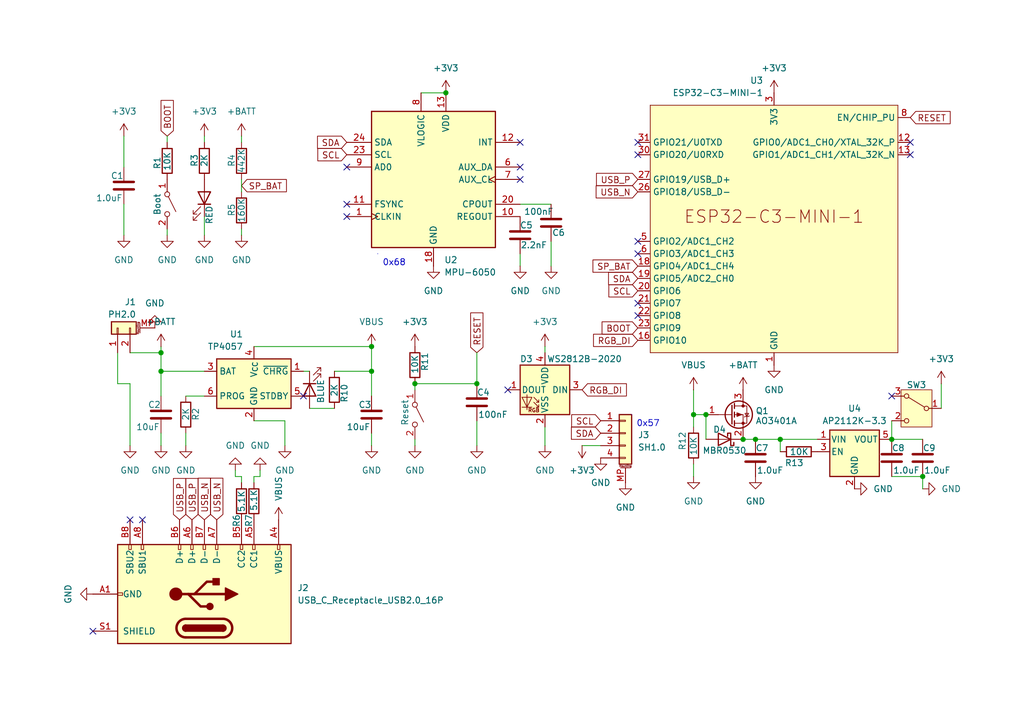
<source format=kicad_sch>
(kicad_sch (version 20250114) (generator "eeschema") (generator_version "9.0")
  (paper "A5")
  (lib_symbols
    (symbol "Battery_Management:TP4057"
      (property "Reference" "U" (at -6.35 6.604 0))
      (property "Value" "TP4057" (at 1.524 6.604 0))
      (symbol "TP4057_0_1"
        (rectangle (start -7.62 5.08) (end 7.62 -5.08) (stroke (width 0.254)) (fill (type background)))
      )
      (symbol "TP4057_1_1"
        (pin open_collector line (at -10.16 2.54 0) (length 2.54) (name "~{CHRG}") (number "1"))
        (pin open_collector line (at -10.16 -2.54 0) (length 2.54) (name "STDBY") (number "5"))
        (pin power_in line (at 0 7.62 270) (length 2.54) (name "V_{CC}") (number "4"))
        (pin power_in line (at 0 -7.62 90) (length 2.54) (name "GND") (number "2"))
        (pin power_out line (at 10.16 2.54 180) (length 2.54) (name "BAT") (number "3"))
        (pin passive line (at 10.16 -2.54 180) (length 2.54) (name "PROG") (number "6"))
      )
    )
    (symbol "Connector:USB_C_Receptacle_USB2.0_16P" (pin_names (offset 1.016))
      (property "Reference" "J" (at 0 22.225 0))
      (property "Value" "USB_C_Receptacle_USB2.0_16P" (at 0 19.685 0))
      (symbol "USB_C_Receptacle_USB2.0_16P_0_0"
        (rectangle (start -0.254 -17.78) (end 0.254 -16.764))
        (rectangle (start 10.16 15.494) (end 9.144 14.986))
        (rectangle (start 10.16 10.414) (end 9.144 9.906))
        (rectangle (start 10.16 7.874) (end 9.144 7.366))
        (rectangle (start 10.16 2.794) (end 9.144 2.286))
        (rectangle (start 10.16 0.254) (end 9.144 -0.254))
        (rectangle (start 10.16 -2.286) (end 9.144 -2.794))
        (rectangle (start 10.16 -4.826) (end 9.144 -5.334))
        (rectangle (start 10.16 -12.446) (end 9.144 -12.954))
        (rectangle (start 10.16 -14.986) (end 9.144 -15.494))
      )
      (symbol "USB_C_Receptacle_USB2.0_16P_0_1"
        (rectangle (start -10.16 17.78) (end 10.16 -17.78) (stroke (width 0.254)) (fill (type background)))
        (polyline (pts (xy -8.89 -3.81) (xy -8.89 3.81)) (stroke (width 0.508)))
        (rectangle (start -7.62 -3.81) (end -6.35 3.81) (stroke (width 0.254)) (fill (type outline)))
        (arc (start -7.62 3.81) (mid -6.985 4.4423) (end -6.35 3.81) (stroke (width 0.254)))
        (arc (start -7.62 3.81) (mid -6.985 4.4423) (end -6.35 3.81) (stroke (width 0.254)) (fill (type outline)))
        (arc (start -8.89 3.81) (mid -6.985 5.7067) (end -5.08 3.81) (stroke (width 0.508)))
        (arc (start -5.08 -3.81) (mid -6.985 -5.7067) (end -8.89 -3.81) (stroke (width 0.508)))
        (arc (start -6.35 -3.81) (mid -6.985 -4.4423) (end -7.62 -3.81) (stroke (width 0.254)))
        (arc (start -6.35 -3.81) (mid -6.985 -4.4423) (end -7.62 -3.81) (stroke (width 0.254)) (fill (type outline)))
        (polyline (pts (xy -5.08 3.81) (xy -5.08 -3.81)) (stroke (width 0.508)))
        (circle (center -2.54 1.143) (radius 0.635) (stroke (width 0.254)) (fill (type outline)))
        (polyline (pts (xy -1.27 4.318) (xy 0 6.858) (xy 1.27 4.318) (xy -1.27 4.318)) (stroke (width 0.254)) (fill (type outline)))
        (polyline (pts (xy 0 -2.032) (xy 2.54 0.508) (xy 2.54 1.778)) (stroke (width 0.508)))
        (polyline (pts (xy 0 -3.302) (xy -2.54 -0.762) (xy -2.54 0.508)) (stroke (width 0.508)))
        (polyline (pts (xy 0 -5.842) (xy 0 4.318)) (stroke (width 0.508)))
        (circle (center 0 -5.842) (radius 1.27) (fill (type outline)))
        (rectangle (start 1.905 1.778) (end 3.175 3.048) (stroke (width 0.254)) (fill (type outline)))
      )
      (symbol "USB_C_Receptacle_USB2.0_16P_1_1"
        (pin passive line (at -7.62 -22.86 90) (length 5.08) (name "SHIELD") (number "S1"))
        (pin passive line (at 0 -22.86 90) (length 5.08) (name "GND") (number "A1"))
        (pin passive line (at 0 -22.86 90) (length 5.08) (hide yes) (name "GND") (number "A12"))
        (pin passive line (at 0 -22.86 90) (length 5.08) (hide yes) (name "GND") (number "B1"))
        (pin passive line (at 0 -22.86 90) (length 5.08) (hide yes) (name "GND") (number "B12"))
        (pin passive line (at 15.24 15.24 180) (length 5.08) (name "VBUS") (number "A4"))
        (pin passive line (at 15.24 15.24 180) (length 5.08) (hide yes) (name "VBUS") (number "A9"))
        (pin passive line (at 15.24 15.24 180) (length 5.08) (hide yes) (name "VBUS") (number "B4"))
        (pin passive line (at 15.24 15.24 180) (length 5.08) (hide yes) (name "VBUS") (number "B9"))
        (pin bidirectional line (at 15.24 10.16 180) (length 5.08) (name "CC1") (number "A5"))
        (pin bidirectional line (at 15.24 7.62 180) (length 5.08) (name "CC2") (number "B5"))
        (pin bidirectional line (at 15.24 2.54 180) (length 5.08) (name "D-") (number "A7"))
        (pin bidirectional line (at 15.24 0 180) (length 5.08) (name "D-") (number "B7"))
        (pin bidirectional line (at 15.24 -2.54 180) (length 5.08) (name "D+") (number "A6"))
        (pin bidirectional line (at 15.24 -5.08 180) (length 5.08) (name "D+") (number "B6"))
        (pin bidirectional line (at 15.24 -12.7 180) (length 5.08) (name "SBU1") (number "A8"))
        (pin bidirectional line (at 15.24 -15.24 180) (length 5.08) (name "SBU2") (number "B8"))
      )
    )
    (symbol "Connector_Generic_MountingPin:Conn_01x02_MountingPin" (pin_names (offset 1.016) (hide yes))
      (property "Reference" "J" (at 0 2.54 0))
      (property "Value" "Conn_01x02_MountingPin" (at 1.27 -5.08 0))
      (symbol "Conn_01x02_MountingPin_1_1"
        (rectangle (start -1.27 1.27) (end 1.27 -3.81) (stroke (width 0.254)) (fill (type background)))
        (rectangle (start -1.27 0.127) (end 0 -0.127) (stroke (width 0.1524)))
        (rectangle (start -1.27 -2.413) (end 0 -2.667) (stroke (width 0.1524)))
        (polyline (pts (xy -1.016 -4.572) (xy 1.016 -4.572)) (stroke (width 0.1524)))
        (text "Mounting" (at 0 -4.191 0) (effects (font (size 0.381 0.381))))
        (pin passive line (at -5.08 0 0) (length 3.81) (name "Pin_1") (number "1"))
        (pin passive line (at -5.08 -2.54 0) (length 3.81) (name "Pin_2") (number "2"))
        (pin passive line (at 0 -7.62 90) (length 3.048) (name "MountPin") (number "MP"))
      )
    )
    (symbol "Connector_Generic_MountingPin:Conn_01x04_MountingPin" (pin_names (offset 1.016) (hide yes))
      (property "Reference" "J" (at 0 5.08 0))
      (property "Value" "Conn_01x04_MountingPin" (at 1.27 -7.62 0))
      (symbol "Conn_01x04_MountingPin_1_1"
        (rectangle (start -1.27 3.81) (end 1.27 -6.35) (stroke (width 0.254)) (fill (type background)))
        (rectangle (start -1.27 2.667) (end 0 2.413) (stroke (width 0.1524)))
        (rectangle (start -1.27 0.127) (end 0 -0.127) (stroke (width 0.1524)))
        (rectangle (start -1.27 -2.413) (end 0 -2.667) (stroke (width 0.1524)))
        (rectangle (start -1.27 -4.953) (end 0 -5.207) (stroke (width 0.1524)))
        (polyline (pts (xy -1.016 -7.112) (xy 1.016 -7.112)) (stroke (width 0.1524)))
        (text "Mounting" (at 0 -6.731 0) (effects (font (size 0.381 0.381))))
        (pin passive line (at -5.08 2.54 0) (length 3.81) (name "Pin_1") (number "1"))
        (pin passive line (at -5.08 0 0) (length 3.81) (name "Pin_2") (number "2"))
        (pin passive line (at -5.08 -2.54 0) (length 3.81) (name "Pin_3") (number "3"))
        (pin passive line (at -5.08 -5.08 0) (length 3.81) (name "Pin_4") (number "4"))
        (pin passive line (at 0 -10.16 90) (length 3.048) (name "MountPin") (number "MP"))
      )
    )
    (symbol "Device:C" (pin_numbers (hide yes)) (pin_names (offset 0.254))
      (property "Reference" "C" (at 0.635 2.54 0))
      (property "Value" "C" (at 0.635 -2.54 0))
      (symbol "C_0_1"
        (polyline (pts (xy -2.032 0.762) (xy 2.032 0.762)) (stroke (width 0.508)))
        (polyline (pts (xy -2.032 -0.762) (xy 2.032 -0.762)) (stroke (width 0.508)))
      )
      (symbol "C_1_1"
        (pin passive line (at 0 3.81 270) (length 2.794) (name "~") (number "1"))
        (pin passive line (at 0 -3.81 90) (length 2.794) (name "~") (number "2"))
      )
    )
    (symbol "Device:LED" (pin_numbers (hide yes)) (pin_names (offset 1.016) (hide yes))
      (property "Reference" "D" (at 0 2.54 0))
      (property "Value" "LED" (at 0 -2.54 0))
      (symbol "LED_0_1"
        (polyline (pts (xy -3.048 -0.762) (xy -4.572 -2.286) (xy -3.81 -2.286) (xy -4.572 -2.286) (xy -4.572 -1.524)))
        (polyline (pts (xy -1.778 -0.762) (xy -3.302 -2.286) (xy -2.54 -2.286) (xy -3.302 -2.286) (xy -3.302 -1.524)))
        (polyline (pts (xy -1.27 0) (xy 1.27 0)))
        (polyline (pts (xy -1.27 -1.27) (xy -1.27 1.27)) (stroke (width 0.254)))
        (polyline (pts (xy 1.27 -1.27) (xy 1.27 1.27) (xy -1.27 0) (xy 1.27 -1.27)) (stroke (width 0.254)))
      )
      (symbol "LED_1_1"
        (pin passive line (at -3.81 0 0) (length 2.54) (name "K") (number "1"))
        (pin passive line (at 3.81 0 180) (length 2.54) (name "A") (number "2"))
      )
    )
    (symbol "Device:R" (pin_numbers (hide yes)) (pin_names (offset 0))
      (property "Reference" "R" (at 2.032 0 90))
      (property "Value" "R" (at 0 0 90))
      (symbol "R_0_1"
        (rectangle (start -1.016 -2.54) (end 1.016 2.54) (stroke (width 0.254)))
      )
      (symbol "R_1_1"
        (pin passive line (at 0 3.81 270) (length 1.27) (name "~") (number "1"))
        (pin passive line (at 0 -3.81 90) (length 1.27) (name "~") (number "2"))
      )
    )
    (symbol "Diode:MBR0530" (pin_numbers (hide yes)) (pin_names (offset 1.016) (hide yes))
      (property "Reference" "D" (at 0 2.54 0))
      (property "Value" "MBR0530" (at 0 -2.54 0))
      (symbol "MBR0530_0_1"
        (polyline (pts (xy -1.905 0.635) (xy -1.905 1.27) (xy -1.27 1.27) (xy -1.27 -1.27) (xy -0.635 -1.27) (xy -0.635 -0.635)) (stroke (width 0.254)))
        (polyline (pts (xy 1.27 1.27) (xy 1.27 -1.27) (xy -1.27 0) (xy 1.27 1.27)) (stroke (width 0.254)))
        (polyline (pts (xy 1.27 0) (xy -1.27 0)))
      )
      (symbol "MBR0530_1_1"
        (pin passive line (at -3.81 0 0) (length 2.54) (name "K") (number "1"))
        (pin passive line (at 3.81 0 180) (length 2.54) (name "A") (number "2"))
      )
    )
    (symbol "LED:WS2812B-2020" (pin_names (offset 0.254))
      (property "Reference" "D" (at 5.08 5.715 0))
      (property "Value" "WS2812B-2020" (at 1.27 -5.715 0))
      (symbol "WS2812B-2020_0_0"
        (text "RGB" (at 2.286 -4.191 0) (effects (font (size 0.762 0.762))))
      )
      (symbol "WS2812B-2020_0_1"
        (polyline (pts (xy 1.27 -2.54) (xy 1.778 -2.54)))
        (polyline (pts (xy 1.27 -3.556) (xy 1.778 -3.556)))
        (polyline (pts (xy 2.286 -1.524) (xy 1.27 -2.54) (xy 1.27 -2.032)))
        (polyline (pts (xy 2.286 -2.54) (xy 1.27 -3.556) (xy 1.27 -3.048)))
        (polyline (pts (xy 3.683 -1.016) (xy 3.683 -3.556) (xy 3.683 -4.064)))
        (polyline (pts (xy 4.699 -1.524) (xy 2.667 -1.524) (xy 3.683 -3.556) (xy 4.699 -1.524)))
        (polyline (pts (xy 4.699 -3.556) (xy 2.667 -3.556)))
        (rectangle (start 5.08 5.08) (end -5.08 -5.08) (stroke (width 0.254)) (fill (type background)))
      )
      (symbol "WS2812B-2020_1_1"
        (pin input line (at -7.62 0 0) (length 2.54) (name "DIN") (number "3"))
        (pin power_in line (at 0 7.62 270) (length 2.54) (name "VDD") (number "4"))
        (pin power_in line (at 0 -7.62 90) (length 2.54) (name "VSS") (number "2"))
        (pin output line (at 7.62 0 180) (length 2.54) (name "DOUT") (number "1"))
      )
    )
    (symbol "PCM_Espressif:ESP32-C3-MINI-1"
      (property "Reference" "U" (at -25.4 30.48 0))
      (property "Value" "ESP32-C3-MINI-1" (at -25.4 27.94 0))
      (symbol "ESP32-C3-MINI-1_0_0"
        (text "ESP32-C3-MINI-1" (at 0 2.54 0) (effects (font (size 2.54 2.54))))
      )
      (symbol "ESP32-C3-MINI-1_0_1"
        (rectangle (start -25.4 25.4) (end 25.4 -25.4) (fill (type background)))
      )
      (symbol "ESP32-C3-MINI-1_1_1"
        (pin input line (at -27.94 22.86 0) (length 2.54) (name "EN/CHIP_PU") (number "8"))
        (pin bidirectional line (at -27.94 17.78 0) (length 2.54) (name "GPIO0/ADC1_CH0/XTAL_32K_P") (number "12"))
        (pin bidirectional line (at -27.94 15.24 0) (length 2.54) (name "GPIO1/ADC1_CH1/XTAL_32K_N") (number "13"))
        (pin no_connect line (at -25.4 10.16 0) (length 2.54) (hide yes) (name "NC") (number "4"))
        (pin no_connect line (at -25.4 7.62 0) (length 2.54) (hide yes) (name "NC") (number "7"))
        (pin no_connect line (at -25.4 5.08 0) (length 2.54) (hide yes) (name "NC") (number "9"))
        (pin no_connect line (at -25.4 2.54 0) (length 2.54) (hide yes) (name "NC") (number "10"))
        (pin no_connect line (at -25.4 0 0) (length 2.54) (hide yes) (name "NC") (number "15"))
        (pin no_connect line (at -25.4 -2.54 0) (length 2.54) (hide yes) (name "NC") (number "17"))
        (pin no_connect line (at -25.4 -5.08 0) (length 2.54) (hide yes) (name "NC") (number "24"))
        (pin no_connect line (at -25.4 -7.62 0) (length 2.54) (hide yes) (name "NC") (number "25"))
        (pin no_connect line (at -25.4 -10.16 0) (length 2.54) (hide yes) (name "NC") (number "28"))
        (pin no_connect line (at -25.4 -12.7 0) (length 2.54) (hide yes) (name "NC") (number "29"))
        (pin no_connect line (at -25.4 -15.24 0) (length 2.54) (hide yes) (name "NC") (number "32"))
        (pin no_connect line (at -25.4 -17.78 0) (length 2.54) (hide yes) (name "NC") (number "33"))
        (pin no_connect line (at -25.4 -20.32 0) (length 2.54) (hide yes) (name "NC") (number "34"))
        (pin no_connect line (at -25.4 -22.86 0) (length 2.54) (hide yes) (name "NC") (number "35"))
        (pin power_in line (at 0 27.94 270) (length 2.54) (name "3V3") (number "3"))
        (pin power_in line (at 0 -27.94 90) (length 2.54) (name "GND") (number "1"))
        (pin passive line (at 0 -27.94 90) (length 2.54) (hide yes) (name "GND") (number "11"))
        (pin passive line (at 0 -27.94 90) (length 2.54) (hide yes) (name "GND") (number "14"))
        (pin passive line (at 0 -27.94 90) (length 2.54) (hide yes) (name "GND") (number "2"))
        (pin passive line (at 0 -27.94 90) (length 2.54) (hide yes) (name "GND") (number "36"))
        (pin passive line (at 0 -27.94 90) (length 2.54) (hide yes) (name "GND") (number "37"))
        (pin passive line (at 0 -27.94 90) (length 2.54) (hide yes) (name "GND") (number "38"))
        (pin passive line (at 0 -27.94 90) (length 2.54) (hide yes) (name "GND") (number "39"))
        (pin passive line (at 0 -27.94 90) (length 2.54) (hide yes) (name "GND") (number "40"))
        (pin passive line (at 0 -27.94 90) (length 2.54) (hide yes) (name "GND") (number "41"))
        (pin passive line (at 0 -27.94 90) (length 2.54) (hide yes) (name "GND") (number "42"))
        (pin passive line (at 0 -27.94 90) (length 2.54) (hide yes) (name "GND") (number "43"))
        (pin passive line (at 0 -27.94 90) (length 2.54) (hide yes) (name "GND") (number "44"))
        (pin passive line (at 0 -27.94 90) (length 2.54) (hide yes) (name "GND") (number "45"))
        (pin passive line (at 0 -27.94 90) (length 2.54) (hide yes) (name "GND") (number "46"))
        (pin passive line (at 0 -27.94 90) (length 2.54) (hide yes) (name "GND") (number "47"))
        (pin passive line (at 0 -27.94 90) (length 2.54) (hide yes) (name "GND") (number "48"))
        (pin passive line (at 0 -27.94 90) (length 2.54) (hide yes) (name "GND") (number "49"))
        (pin passive line (at 0 -27.94 90) (length 2.54) (hide yes) (name "GND") (number "50"))
        (pin passive line (at 0 -27.94 90) (length 2.54) (hide yes) (name "GND") (number "51"))
        (pin passive line (at 0 -27.94 90) (length 2.54) (hide yes) (name "GND") (number "52"))
        (pin passive line (at 0 -27.94 90) (length 2.54) (hide yes) (name "GND") (number "53"))
        (pin bidirectional line (at 27.94 17.78 180) (length 2.54) (name "GPIO21/U0TXD") (number "31"))
        (pin bidirectional line (at 27.94 15.24 180) (length 2.54) (name "GPIO20/U0RXD") (number "30"))
        (pin bidirectional line (at 27.94 10.16 180) (length 2.54) (name "GPIO19/USB_D+") (number "27"))
        (pin bidirectional line (at 27.94 7.62 180) (length 2.54) (name "GPIO18/USB_D-") (number "26"))
        (pin bidirectional line (at 27.94 -2.54 180) (length 2.54) (name "GPIO2/ADC1_CH2") (number "5"))
        (pin bidirectional line (at 27.94 -5.08 180) (length 2.54) (name "GPIO3/ADC1_CH3") (number "6"))
        (pin bidirectional line (at 27.94 -7.62 180) (length 2.54) (name "GPIO4/ADC1_CH4") (number "18"))
        (pin bidirectional line (at 27.94 -10.16 180) (length 2.54) (name "GPIO5/ADC2_CH0") (number "19"))
        (pin bidirectional line (at 27.94 -12.7 180) (length 2.54) (name "GPIO6") (number "20"))
        (pin bidirectional line (at 27.94 -15.24 180) (length 2.54) (name "GPIO7") (number "21"))
        (pin bidirectional line (at 27.94 -17.78 180) (length 2.54) (name "GPIO8") (number "22"))
        (pin bidirectional line (at 27.94 -20.32 180) (length 2.54) (name "GPIO9") (number "23"))
        (pin bidirectional line (at 27.94 -22.86 180) (length 2.54) (name "GPIO10") (number "16"))
      )
    )
    (symbol "Regulator_Linear:AP2112K-3.3" (pin_names (offset 0.254))
      (property "Reference" "U" (at -5.08 5.715 0))
      (property "Value" "AP2112K-3.3" (at 0 5.715 0))
      (symbol "AP2112K-3.3_0_1"
        (rectangle (start -5.08 4.445) (end 5.08 -5.08) (stroke (width 0.254)) (fill (type background)))
      )
      (symbol "AP2112K-3.3_1_1"
        (pin power_in line (at -7.62 2.54 0) (length 2.54) (name "VIN") (number "1"))
        (pin input line (at -7.62 0 0) (length 2.54) (name "EN") (number "3"))
        (pin power_in line (at 0 -7.62 90) (length 2.54) (name "GND") (number "2"))
        (pin no_connect line (at 5.08 0 180) (length 2.54) (hide yes) (name "NC") (number "4"))
        (pin power_out line (at 7.62 2.54 180) (length 2.54) (name "VOUT") (number "5"))
      )
    )
    (symbol "Sensor_Motion:MPU-6050"
      (property "Reference" "U" (at -11.43 13.97 0))
      (property "Value" "MPU-6050" (at 7.62 -15.24 0))
      (symbol "MPU-6050_0_0"
        (text "" (at 12.7 -2.54 0) (effects (font (size 1.27 1.27))))
      )
      (symbol "MPU-6050_0_1"
        (rectangle (start -12.7 13.97) (end 12.7 -13.97) (stroke (width 0.254)) (fill (type background)))
      )
      (symbol "MPU-6050_1_1"
        (pin bidirectional line (at -17.78 7.62 0) (length 5.08) (name "SDA") (number "24"))
        (pin input line (at -17.78 5.08 0) (length 5.08) (name "SCL") (number "23"))
        (pin input line (at -17.78 2.54 0) (length 5.08) (name "AD0") (number "9"))
        (pin input line (at -17.78 -5.08 0) (length 5.08) (name "FSYNC") (number "11"))
        (pin input clock (at -17.78 -7.62 0) (length 5.08) (name "CLKIN") (number "1"))
        (pin no_connect line (at -12.7 12.7 0) (length 2.54) (hide yes) (name "NC") (number "2"))
        (pin no_connect line (at -12.7 10.16 0) (length 2.54) (hide yes) (name "NC") (number "3"))
        (pin no_connect line (at -12.7 0 0) (length 2.54) (hide yes) (name "NC") (number "4"))
        (pin no_connect line (at -12.7 -2.54 0) (length 2.54) (hide yes) (name "NC") (number "5"))
        (pin no_connect line (at -12.7 -10.16 0) (length 2.54) (hide yes) (name "NC") (number "14"))
        (pin power_in line (at -2.54 17.78 270) (length 3.81) (name "VLOGIC") (number "8"))
        (pin power_in line (at 0 -17.78 90) (length 3.81) (name "GND") (number "18"))
        (pin power_in line (at 2.54 17.78 270) (length 3.81) (name "VDD") (number "13"))
        (pin no_connect line (at 12.7 12.7 180) (length 2.54) (hide yes) (name "NC") (number "15"))
        (pin no_connect line (at 12.7 10.16 180) (length 2.54) (hide yes) (name "NC") (number "16"))
        (pin no_connect line (at 12.7 5.08 180) (length 2.54) (hide yes) (name "NC") (number "17"))
        (pin no_connect line (at 12.7 -2.54 180) (length 2.54) (hide yes) (name "RESV") (number "21"))
        (pin no_connect line (at 12.7 -10.16 180) (length 2.54) (hide yes) (name "RESV") (number "19"))
        (pin no_connect line (at 12.7 -12.7 180) (length 2.54) (hide yes) (name "RESV") (number "22"))
        (pin output line (at 17.78 7.62 180) (length 5.08) (name "INT") (number "12"))
        (pin bidirectional line (at 17.78 2.54 180) (length 5.08) (name "AUX_DA") (number "6"))
        (pin output clock (at 17.78 0 180) (length 5.08) (name "AUX_CL") (number "7"))
        (pin passive line (at 17.78 -5.08 180) (length 5.08) (name "CPOUT") (number "20"))
        (pin passive line (at 17.78 -7.62 180) (length 5.08) (name "REGOUT") (number "10"))
      )
    )
    (symbol "Switch:SW_SPDT_312" (pin_names (offset 1) (hide yes))
      (property "Reference" "SW" (at 0 5.08 0))
      (property "Value" "SW_SPDT_312" (at 0 -5.08 0))
      (symbol "SW_SPDT_312_0_1"
        (circle (center -2.032 0) (radius 0.4572))
        (polyline (pts (xy -1.651 0.254) (xy 1.651 2.286)))
        (circle (center 2.032 2.54) (radius 0.4572))
        (circle (center 2.032 -2.54) (radius 0.4572))
      )
      (symbol "SW_SPDT_312_1_1"
        (rectangle (start -3.175 3.81) (end 3.175 -3.81) (fill (type background)))
        (pin passive line (at -5.08 0 0) (length 2.54) (name "B") (number "1"))
        (pin passive line (at 5.08 2.54 180) (length 2.54) (name "A") (number "3"))
        (pin passive line (at 5.08 -2.54 180) (length 2.54) (name "C") (number "2"))
      )
    )
    (symbol "Switch:SW_SPST" (pin_names (offset 0) (hide yes))
      (property "Reference" "SW" (at 0 3.175 0))
      (property "Value" "SW_SPST" (at 0 -2.54 0))
      (symbol "SW_SPST_0_0"
        (circle (center -2.032 0) (radius 0.508))
        (polyline (pts (xy -1.524 0.254) (xy 1.524 1.778)))
        (circle (center 2.032 0) (radius 0.508))
      )
      (symbol "SW_SPST_1_1"
        (pin passive line (at -5.08 0 0) (length 2.54) (name "A") (number "1"))
        (pin passive line (at 5.08 0 180) (length 2.54) (name "B") (number "2"))
      )
    )
    (symbol "Transistor_FET:AO3401A" (pin_names (hide yes))
      (property "Reference" "Q" (at 5.08 1.905 0))
      (property "Value" "AO3401A" (at 5.08 0 0))
      (symbol "AO3401A_0_1"
        (polyline (pts (xy 0.254 1.905) (xy 0.254 -1.905)) (stroke (width 0.254)))
        (polyline (pts (xy 0.254 0) (xy -2.54 0)))
        (polyline (pts (xy 0.762 2.286) (xy 0.762 1.27)) (stroke (width 0.254)))
        (polyline (pts (xy 0.762 1.778) (xy 3.302 1.778) (xy 3.302 -1.778) (xy 0.762 -1.778)))
        (polyline (pts (xy 0.762 0.508) (xy 0.762 -0.508)) (stroke (width 0.254)))
        (polyline (pts (xy 0.762 -1.27) (xy 0.762 -2.286)) (stroke (width 0.254)))
        (circle (center 1.651 0) (radius 2.794) (stroke (width 0.254)))
        (polyline (pts (xy 2.286 0) (xy 1.27 0.381) (xy 1.27 -0.381) (xy 2.286 0)) (fill (type outline)))
        (polyline (pts (xy 2.54 2.54) (xy 2.54 1.778)))
        (circle (center 2.54 1.778) (radius 0.254) (fill (type outline)))
        (circle (center 2.54 -1.778) (radius 0.254) (fill (type outline)))
        (polyline (pts (xy 2.54 -2.54) (xy 2.54 0) (xy 0.762 0)))
        (polyline (pts (xy 2.794 -0.508) (xy 2.921 -0.381) (xy 3.683 -0.381) (xy 3.81 -0.254)))
        (polyline (pts (xy 3.302 -0.381) (xy 2.921 0.254) (xy 3.683 0.254) (xy 3.302 -0.381)))
      )
      (symbol "AO3401A_1_1"
        (pin input line (at -5.08 0 0) (length 2.54) (name "G") (number "1"))
        (pin passive line (at 2.54 5.08 270) (length 2.54) (name "D") (number "3"))
        (pin passive line (at 2.54 -5.08 90) (length 2.54) (name "S") (number "2"))
      )
    )
    (symbol "power:+3V3" (power) (pin_numbers (hide yes)) (pin_names (offset 0) (hide yes))
      (property "Value" "+3V3" (at 0 3.556 0))
      (symbol "+3V3_0_1"
        (polyline (pts (xy -0.762 1.27) (xy 0 2.54)))
        (polyline (pts (xy 0 2.54) (xy 0.762 1.27)))
        (polyline (pts (xy 0 0) (xy 0 2.54)))
      )
      (symbol "+3V3_1_1"
        (pin power_in line (at 0 0 90) (length 0) (name "~") (number "1"))
      )
    )
    (symbol "power:+BATT" (power) (pin_numbers (hide yes)) (pin_names (offset 0) (hide yes))
      (property "Value" "+BATT" (at 0 3.556 0))
      (symbol "+BATT_0_1"
        (polyline (pts (xy -0.762 1.27) (xy 0 2.54)))
        (polyline (pts (xy 0 2.54) (xy 0.762 1.27)))
        (polyline (pts (xy 0 0) (xy 0 2.54)))
      )
      (symbol "+BATT_1_1"
        (pin power_in line (at 0 0 90) (length 0) (name "~") (number "1"))
      )
    )
    (symbol "power:GND" (power) (pin_numbers (hide yes)) (pin_names (offset 0) (hide yes))
      (property "Value" "GND" (at 0 -3.81 0))
      (symbol "GND_0_1"
        (polyline (pts (xy 0 0) (xy 0 -1.27) (xy 1.27 -1.27) (xy 0 -2.54) (xy -1.27 -1.27) (xy 0 -1.27)))
      )
      (symbol "GND_1_1"
        (pin power_in line (at 0 0 270) (length 0) (name "~") (number "1"))
      )
    )
    (symbol "power:VBUS" (power) (pin_numbers (hide yes)) (pin_names (offset 0) (hide yes))
      (property "Value" "VBUS" (at 0 3.556 0))
      (symbol "VBUS_0_1"
        (polyline (pts (xy -0.762 1.27) (xy 0 2.54)))
        (polyline (pts (xy 0 2.54) (xy 0.762 1.27)))
        (polyline (pts (xy 0 0) (xy 0 2.54)))
      )
      (symbol "VBUS_1_1"
        (pin power_in line (at 0 0 90) (length 0) (name "~") (number "1"))
      )
    )
  )
  (text_box "0x57" (at 129.54 85.09 0) (size 0 0) (margins 0.9525 0.9525 0.9525 0.9525) (effects (font (size 1.27 1.27)) (justify left top)))
  (text_box "0x68" (at 77.47 52.07 0) (size 0 0) (margins 0.9525 0.9525 0.9525 0.9525) (effects (font (size 1.27 1.27)) (justify left top)))
  (junction (at 91.44 19.05))
  (junction (at 189.23 97.79))
  (junction (at 76.2 76.2))
  (junction (at 97.79 78.74))
  (junction (at 154.94 90.17))
  (junction (at 160.02 90.17))
  (junction (at 33.02 76.2))
  (junction (at 182.88 90.17))
  (junction (at 76.2 71.12))
  (junction (at 85.09 78.74))
  (junction (at 142.24 85.09))
  (junction (at 152.4 90.17))
  (junction (at 144.78 85.09))
  (junction (at 33.02 72.39))
  (no_connect (at 182.88 81.28))
  (no_connect (at 71.12 41.91))
  (no_connect (at 62.23 81.28))
  (no_connect (at 130.81 62.23))
  (no_connect (at 186.69 31.75))
  (no_connect (at 106.68 29.21))
  (no_connect (at 106.68 34.29))
  (no_connect (at 186.69 29.21))
  (no_connect (at 130.81 31.75))
  (no_connect (at 130.81 49.53))
  (no_connect (at 130.81 52.07))
  (no_connect (at 71.12 34.29))
  (no_connect (at 130.81 29.21))
  (no_connect (at 19.05 129.54))
  (no_connect (at 130.81 64.77))
  (no_connect (at 29.21 106.68))
  (no_connect (at 104.14 80.01))
  (no_connect (at 26.67 106.68))
  (no_connect (at 71.12 44.45))
  (no_connect (at 106.68 36.83))
  (wire (pts (xy 142.24 80.01) (xy 142.24 85.09)))
  (wire (pts (xy 24.13 78.74) (xy 24.13 72.39)))
  (wire (pts (xy 144.78 85.09) (xy 144.78 90.17)))
  (wire (pts (xy 85.09 91.44) (xy 85.09 90.17)))
  (wire (pts (xy 49.53 36.83) (xy 49.53 39.37)))
  (wire (pts (xy 41.91 76.2) (xy 33.02 76.2)))
  (wire (pts (xy 52.07 71.12) (xy 76.2 71.12)))
  (wire (pts (xy 111.76 71.12) (xy 111.76 72.39)))
  (wire (pts (xy 25.4 41.91) (xy 25.4 48.26)))
  (wire (pts (xy 85.09 78.74) (xy 97.79 78.74)))
  (wire (pts (xy 49.53 97.79) (xy 49.53 99.06)))
  (wire (pts (xy 58.42 91.44) (xy 58.42 86.36)))
  (wire (pts (xy 142.24 87.63) (xy 142.24 85.09)))
  (wire (pts (xy 193.04 78.74) (xy 193.04 83.82)))
  (wire (pts (xy 52.07 97.79) (xy 52.07 99.06)))
  (wire (pts (xy 49.53 29.21) (xy 49.53 27.94)))
  (wire (pts (xy 142.24 97.79) (xy 142.24 95.25)))
  (wire (pts (xy 97.79 86.36) (xy 97.79 91.44)))
  (wire (pts (xy 160.02 90.17) (xy 167.64 90.17)))
  (wire (pts (xy 76.2 76.2) (xy 76.2 71.12)))
  (wire (pts (xy 34.29 48.26) (xy 34.29 46.99)))
  (wire (pts (xy 33.02 81.28) (xy 33.02 76.2)))
  (wire (pts (xy 182.88 97.79) (xy 189.23 97.79)))
  (wire (pts (xy 160.02 90.17) (xy 160.02 92.71)))
  (wire (pts (xy 53.34 96.52) (xy 53.34 97.79)))
  (wire (pts (xy 76.2 81.28) (xy 76.2 76.2)))
  (wire (pts (xy 41.91 27.94) (xy 41.91 29.21)))
  (wire (pts (xy 97.79 72.39) (xy 97.79 78.74)))
  (wire (pts (xy 76.2 91.44) (xy 76.2 88.9)))
  (wire (pts (xy 86.36 19.05) (xy 91.44 19.05)))
  (wire (pts (xy 48.26 97.79) (xy 49.53 97.79)))
  (wire (pts (xy 111.76 87.63) (xy 111.76 91.44)))
  (wire (pts (xy 34.29 29.21) (xy 34.29 27.94)))
  (wire (pts (xy 58.42 86.36) (xy 52.07 86.36)))
  (wire (pts (xy 152.4 90.17) (xy 154.94 90.17)))
  (wire (pts (xy 25.4 27.94) (xy 25.4 34.29)))
  (wire (pts (xy 182.88 90.17) (xy 189.23 90.17)))
  (wire (pts (xy 189.23 100.33) (xy 189.23 97.79)))
  (wire (pts (xy 142.24 85.09) (xy 144.78 85.09)))
  (wire (pts (xy 52.07 97.79) (xy 53.34 97.79)))
  (wire (pts (xy 41.91 81.28) (xy 38.1 81.28)))
  (wire (pts (xy 113.03 41.91) (xy 106.68 41.91)))
  (wire (pts (xy 41.91 48.26) (xy 41.91 44.45)))
  (wire (pts (xy 119.38 91.44) (xy 123.19 91.44)))
  (wire (pts (xy 113.03 54.61) (xy 113.03 49.53)))
  (wire (pts (xy 24.13 78.74) (xy 26.67 78.74)))
  (wire (pts (xy 33.02 72.39) (xy 26.67 72.39)))
  (wire (pts (xy 76.2 76.2) (xy 68.58 76.2)))
  (wire (pts (xy 33.02 72.39) (xy 33.02 76.2)))
  (wire (pts (xy 33.02 91.44) (xy 33.02 88.9)))
  (wire (pts (xy 85.09 80.01) (xy 85.09 78.74)))
  (wire (pts (xy 26.67 78.74) (xy 26.67 91.44)))
  (wire (pts (xy 49.53 46.99) (xy 49.53 48.26)))
  (wire (pts (xy 38.1 91.44) (xy 38.1 88.9)))
  (wire (pts (xy 63.5 76.2) (xy 62.23 76.2)))
  (wire (pts (xy 33.02 71.12) (xy 33.02 72.39)))
  (wire (pts (xy 48.26 96.52) (xy 48.26 97.79)))
  (wire (pts (xy 182.88 86.36) (xy 182.88 90.17)))
  (wire (pts (xy 160.02 90.17) (xy 154.94 90.17)))
  (wire (pts (xy 106.68 54.61) (xy 106.68 52.07)))
  (wire (pts (xy 68.58 83.82) (xy 63.5 83.82)))
  (global_label "SP_BAT" (shape input) (at 49.53 38.1 0) (property "Intersheetrefs" "${INTERSHEET_REFS}" (effects (hide yes))))
  (global_label "SCL" (shape input) (at 123.19 86.36 180) (property "Intersheetrefs" "${INTERSHEET_REFS}" (effects (hide yes))))
  (global_label "SCL" (shape input) (at 71.12 31.75 180) (property "Intersheetrefs" "${INTERSHEET_REFS}" (effects (hide yes))))
  (global_label "SDA" (shape input) (at 130.81 57.15 180) (property "Intersheetrefs" "${INTERSHEET_REFS}" (effects (hide yes))))
  (global_label "USB_N" (shape input) (at 44.45 106.68 90) (property "Intersheetrefs" "${INTERSHEET_REFS}" (effects (hide yes))))
  (global_label "RESET" (shape input) (at 186.69 24.13 0) (property "Intersheetrefs" "${INTERSHEET_REFS}" (effects (hide yes))))
  (global_label "SCL" (shape input) (at 130.81 59.69 180) (property "Intersheetrefs" "${INTERSHEET_REFS}" (effects (hide yes))))
  (global_label "USB_P" (shape input) (at 130.81 36.83 180) (property "Intersheetrefs" "${INTERSHEET_REFS}" (effects (hide yes))))
  (global_label "SDA" (shape input) (at 71.12 29.21 180) (property "Intersheetrefs" "${INTERSHEET_REFS}" (effects (hide yes))))
  (global_label "SP_BAT" (shape input) (at 130.81 54.61 180) (property "Intersheetrefs" "${INTERSHEET_REFS}" (effects (hide yes))))
  (global_label "RESET" (shape input) (at 97.79 72.39 90) (property "Intersheetrefs" "${INTERSHEET_REFS}" (effects (hide yes))))
  (global_label "USB_N" (shape input) (at 130.81 39.37 180) (property "Intersheetrefs" "${INTERSHEET_REFS}" (effects (hide yes))))
  (global_label "BOOT" (shape input) (at 130.81 67.31 180) (property "Intersheetrefs" "${INTERSHEET_REFS}" (effects (hide yes))))
  (global_label "USB_P" (shape input) (at 39.37 106.68 90) (property "Intersheetrefs" "${INTERSHEET_REFS}" (effects (hide yes))))
  (global_label "RGB_DI" (shape input) (at 119.38 80.01 0) (property "Intersheetrefs" "${INTERSHEET_REFS}" (effects (hide yes))))
  (global_label "USB_N" (shape input) (at 41.91 106.68 90) (property "Intersheetrefs" "${INTERSHEET_REFS}" (effects (hide yes))))
  (global_label "BOOT" (shape input) (at 34.29 27.94 90) (property "Intersheetrefs" "${INTERSHEET_REFS}" (effects (hide yes))))
  (global_label "RGB_DI" (shape input) (at 130.81 69.85 180) (property "Intersheetrefs" "${INTERSHEET_REFS}" (effects (hide yes))))
  (global_label "USB_P" (shape input) (at 36.83 106.68 90) (property "Intersheetrefs" "${INTERSHEET_REFS}" (effects (hide yes))))
  (global_label "SDA" (shape input) (at 123.19 88.9 180) (property "Intersheetrefs" "${INTERSHEET_REFS}" (effects (hide yes))))
  (symbol (lib_id "Device:C") (at 97.79 82.55 0) (unit 1)
    (property "Reference" "C4" (at 97.79 80.518 0) (effects (justify left)))
    (property "Value" "100nF" (at 98.044 85.09 0) (effects (justify left)))
    (property "Footprint" "Capacitor_SMD:C_0402_1005Metric" (effects (hide yes)))
    (property "Description" "Unpolarized capacitor" (effects (hide yes)))
  )
  (symbol (lib_id "power:VBUS") (at 76.2 71.12 0) (mirror y) (unit 1)
    (property "Reference" "#PWR020" (effects (hide yes)))
    (property "Value" "VBUS" (at 76.2 66.04 0))
    (property "Description" "Power symbol creates a global label with name \"VBUS\"" (effects (hide yes)))
  )
  (symbol (lib_id "LED:WS2812B-2020") (at 111.76 80.01 0) (mirror y) (unit 1)
    (property "Reference" "D3" (at 107.95 73.66 0))
    (property "Value" "WS2812B-2020" (at 119.888 73.66 0))
    (property "Footprint" "LED_SMD:LED_WS2812B-2020_PLCC4_2.0x2.0mm" (effects (hide yes)))
    (property "Datasheet" "https://cdn-shop.adafruit.com/product-files/4684/4684_WS2812B-2020_V1.3_EN.pdf" (effects (hide yes)))
    (property "Description" "RGB LED with integrated controller, 2.0 x 2.0 mm, 12 mA" (effects (hide yes)))
  )
  (symbol (lib_id "Switch:SW_SPDT_312") (at 187.96 83.82 0) (mirror y) (unit 1)
    (property "Reference" "SW3" (at 187.96 78.994 0))
    (property "Value" "SW_SPDT_312" (effects (hide yes)))
    (property "Footprint" "Button_Switch_SMD:SW_SPDT_PCM12" (effects (hide yes)))
    (property "Description" "Switch, single pole double throw" (effects (hide yes)))
  )
  (symbol (lib_id "Device:R") (at 38.1 85.09 0) (mirror y) (unit 1)
    (property "Reference" "R2" (at 40.132 86.36 90) (effects (justify left)))
    (property "Value" "2K" (at 38.1 86.36 90) (effects (justify left)))
    (property "Footprint" "Resistor_SMD:R_0402_1005Metric" (effects (hide yes)))
    (property "Description" "Resistor" (effects (hide yes)))
  )
  (symbol (lib_id "power:GND") (at 41.91 48.26 0) (mirror y) (unit 1)
    (property "Reference" "#PWR011" (effects (hide yes)))
    (property "Value" "GND" (at 41.91 53.34 0))
    (property "Description" "Power symbol creates a global label with name \"GND\" , ground" (effects (hide yes)))
  )
  (symbol (lib_id "power:GND") (at 33.02 91.44 0) (mirror y) (unit 1)
    (property "Reference" "#PWR07" (effects (hide yes)))
    (property "Value" "GND" (at 33.02 96.52 0))
    (property "Description" "Power symbol creates a global label with name \"GND\" , ground" (effects (hide yes)))
  )
  (symbol (lib_id "power:GND") (at 189.23 100.33 90) (unit 1)
    (property "Reference" "#PWR041" (effects (hide yes)))
    (property "Value" "GND" (at 193.04 100.3299 90) (effects (justify right)))
    (property "Description" "Power symbol creates a global label with name \"GND\" , ground" (effects (hide yes)))
  )
  (symbol (lib_id "power:GND") (at 31.75 67.31 180) (unit 1)
    (property "Reference" "#PWR01" (effects (hide yes)))
    (property "Value" "GND" (at 31.75 62.23 0))
    (property "Description" "Power symbol creates a global label with name \"GND\" , ground" (effects (hide yes)))
  )
  (symbol (lib_id "Battery_Management:TP4057") (at 52.07 78.74 0) (mirror y) (unit 1)
    (property "Reference" "U1" (at 49.8759 68.58 0) (effects (justify left)))
    (property "Value" "TP4057" (at 49.8759 71.12 0) (effects (justify left)))
    (property "Footprint" "Package_TO_SOT_SMD:TSOT-23-6" (effects (hide yes)))
    (property "Datasheet" "http://toppwr.com/uploadfile/file/20230304/640302a47b738.pdf" (effects (hide yes)))
    (property "Description" "Constant-current/constant-voltage linear charger for single cell lithium-ion batteries with 2.9V Trickle Charge, 4.5V to 6.5V VDD, -40 to +85 degree Celsius, TSOT-23-6" (effects (hide yes)))
  )
  (symbol (lib_id "Device:C") (at 33.02 85.09 0) (mirror y) (unit 1)
    (property "Reference" "C2" (at 33.02 83.058 0) (effects (justify left)))
    (property "Value" "10uF" (at 32.766 87.63 0) (effects (justify left)))
    (property "Footprint" "Capacitor_SMD:C_0402_1005Metric" (effects (hide yes)))
    (property "Description" "Unpolarized capacitor" (effects (hide yes)))
  )
  (symbol (lib_id "power:GND") (at 158.75 74.93 0) (mirror y) (unit 1)
    (property "Reference" "#PWR039" (effects (hide yes)))
    (property "Value" "GND" (at 158.75 80.01 0))
    (property "Description" "Power symbol creates a global label with name \"GND\" , ground" (effects (hide yes)))
  )
  (symbol (lib_id "Device:R") (at 85.09 74.93 0) (unit 1)
    (property "Reference" "R11" (at 87.122 76.2 90) (effects (justify left)))
    (property "Value" "10K" (at 85.09 76.708 90) (effects (justify left)))
    (property "Footprint" "Resistor_SMD:R_0402_1005Metric" (effects (hide yes)))
    (property "Description" "Resistor" (effects (hide yes)))
  )
  (symbol (lib_id "Device:C") (at 154.94 93.98 0) (unit 1)
    (property "Reference" "C7" (at 154.94 91.948 0) (effects (justify left)))
    (property "Value" "1.0uF" (at 155.194 96.52 0) (effects (justify left)))
    (property "Footprint" "Capacitor_SMD:C_0402_1005Metric" (effects (hide yes)))
    (property "Description" "Unpolarized capacitor" (effects (hide yes)))
  )
  (symbol (lib_id "Device:R") (at 163.83 92.71 90) (unit 1)
    (property "Reference" "R13" (at 164.846 94.996 90) (effects (justify left)))
    (property "Value" "10K" (at 165.862 92.71 90) (effects (justify left)))
    (property "Footprint" "Resistor_SMD:R_0402_1005Metric" (effects (hide yes)))
    (property "Description" "Resistor" (effects (hide yes)))
  )
  (symbol (lib_id "power:GND") (at 25.4 48.26 0) (mirror y) (unit 1)
    (property "Reference" "#PWR04" (effects (hide yes)))
    (property "Value" "GND" (at 25.4 53.34 0))
    (property "Description" "Power symbol creates a global label with name \"GND\" , ground" (effects (hide yes)))
  )
  (symbol (lib_id "Device:R") (at 41.91 33.02 0) (mirror y) (unit 1)
    (property "Reference" "R3" (at 39.878 34.29 90) (effects (justify left)))
    (property "Value" "2K" (at 41.91 34.29 90) (effects (justify left)))
    (property "Footprint" "Resistor_SMD:R_0402_1005Metric" (effects (hide yes)))
    (property "Description" "Resistor" (effects (hide yes)))
  )
  (symbol (lib_id "power:+3V3") (at 25.4 27.94 0) (unit 1)
    (property "Reference" "#PWR03" (effects (hide yes)))
    (property "Value" "+3V3" (at 25.4 22.86 0))
    (property "Description" "Power symbol creates a global label with name \"+3V3\"" (effects (hide yes)))
  )
  (symbol (lib_id "Sensor_Motion:MPU-6050") (at 88.9 36.83 0) (unit 1)
    (property "Reference" "U2" (at 91.0941 53.34 0) (effects (justify left)))
    (property "Value" "MPU-6050" (at 91.0941 55.88 0) (effects (justify left)))
    (property "Footprint" "Sensor_Motion:InvenSense_QFN-24_4x4mm_P0.5mm" (effects (hide yes)))
    (property "Datasheet" "https://invensense.tdk.com/wp-content/uploads/2015/02/MPU-6000-Datasheet1.pdf" (effects (hide yes)))
    (property "Description" "InvenSense 6-Axis Motion Sensor, Gyroscope, Accelerometer, I2C" (effects (hide yes)))
  )
  (symbol (lib_id "Device:C") (at 182.88 93.98 0) (unit 1)
    (property "Reference" "C8" (at 182.88 91.948 0) (effects (justify left)))
    (property "Value" "1.0uF" (at 183.134 96.52 0) (effects (justify left)))
    (property "Footprint" "Capacitor_SMD:C_0402_1005Metric" (effects (hide yes)))
    (property "Description" "Unpolarized capacitor" (effects (hide yes)))
  )
  (symbol (lib_id "Device:C") (at 106.68 48.26 180) (unit 1)
    (property "Reference" "C5" (at 107.95 46.228 0))
    (property "Value" "2.2nF" (at 109.474 50.292 0))
    (property "Footprint" "Capacitor_SMD:C_0603_1608Metric" (effects (hide yes)))
    (property "Description" "Unpolarized capacitor" (effects (hide yes)))
  )
  (symbol (lib_id "power:GND") (at 154.94 97.79 0) (unit 1)
    (property "Reference" "#PWR037" (effects (hide yes)))
    (property "Value" "GND" (at 154.94 102.87 0))
    (property "Description" "Power symbol creates a global label with name \"GND\" , ground" (effects (hide yes)))
  )
  (symbol (lib_id "power:+BATT") (at 49.53 27.94 0) (mirror y) (unit 1)
    (property "Reference" "#PWR013" (effects (hide yes)))
    (property "Value" "+BATT" (at 49.53 22.86 0))
    (property "Description" "Power symbol creates a global label with name \"+BATT\"" (effects (hide yes)))
  )
  (symbol (lib_id "power:GND") (at 97.79 91.44 0) (unit 1)
    (property "Reference" "#PWR026" (effects (hide yes)))
    (property "Value" "GND" (at 97.79 96.52 0))
    (property "Description" "Power symbol creates a global label with name \"GND\" , ground" (effects (hide yes)))
  )
  (symbol (lib_id "power:+3V3") (at 85.09 71.12 0) (unit 1)
    (property "Reference" "#PWR022" (effects (hide yes)))
    (property "Value" "+3V3" (at 85.09 66.04 0))
    (property "Description" "Power symbol creates a global label with name \"+3V3\"" (effects (hide yes)))
  )
  (symbol (lib_id "power:GND") (at 48.26 96.52 0) (mirror x) (unit 1)
    (property "Reference" "#PWR012" (effects (hide yes)))
    (property "Value" "GND" (at 48.26 91.44 0))
    (property "Description" "Power symbol creates a global label with name \"GND\" , ground" (effects (hide yes)))
  )
  (symbol (lib_id "Device:R") (at 34.29 33.02 0) (mirror y) (unit 1)
    (property "Reference" "R1" (at 32.258 34.798 90) (effects (justify left)))
    (property "Value" "10K" (at 34.29 35.052 90) (effects (justify left)))
    (property "Footprint" "Resistor_SMD:R_0402_1005Metric" (effects (hide yes)))
    (property "Description" "Resistor" (effects (hide yes)))
  )
  (symbol (lib_id "power:+3V3") (at 91.44 19.05 0) (unit 1)
    (property "Reference" "#PWR025" (effects (hide yes)))
    (property "Value" "+3V3" (at 91.44 13.97 0))
    (property "Description" "Power symbol creates a global label with name \"+3V3\"" (effects (hide yes)))
  )
  (symbol (lib_id "Device:R") (at 49.53 43.18 0) (mirror y) (unit 1)
    (property "Reference" "R5" (at 47.498 44.45 90) (effects (justify left)))
    (property "Value" "160K" (at 49.53 45.72 90) (effects (justify left)))
    (property "Footprint" "Resistor_SMD:R_0805_2012Metric" (effects (hide yes)))
    (property "Description" "Resistor" (effects (hide yes)))
  )
  (symbol (lib_id "power:GND") (at 58.42 91.44 0) (mirror y) (unit 1)
    (property "Reference" "#PWR017" (effects (hide yes)))
    (property "Value" "GND" (at 58.42 96.52 0))
    (property "Description" "Power symbol creates a global label with name \"GND\" , ground" (effects (hide yes)))
  )
  (symbol (lib_id "power:GND") (at 142.24 97.79 0) (unit 1)
    (property "Reference" "#PWR035" (effects (hide yes)))
    (property "Value" "GND" (at 142.24 102.87 0))
    (property "Description" "Power symbol creates a global label with name \"GND\" , ground" (effects (hide yes)))
  )
  (symbol (lib_id "power:GND") (at 106.68 54.61 0) (unit 1)
    (property "Reference" "#PWR027" (effects (hide yes)))
    (property "Value" "GND" (at 106.68 59.69 0))
    (property "Description" "Power symbol creates a global label with name \"GND\" , ground" (effects (hide yes)))
  )
  (symbol (lib_id "power:GND") (at 76.2 91.44 0) (mirror y) (unit 1)
    (property "Reference" "#PWR021" (effects (hide yes)))
    (property "Value" "GND" (at 76.2 96.52 0))
    (property "Description" "Power symbol creates a global label with name \"GND\" , ground" (effects (hide yes)))
  )
  (symbol (lib_id "Device:LED") (at 63.5 80.01 90) (mirror x) (unit 1)
    (property "Reference" "D2" (effects (hide yes)))
    (property "Value" "BLUE" (at 65.786 82.804 0) (effects (justify right)))
    (property "Footprint" "LED_SMD:LED_0402_1005Metric" (effects (hide yes)))
    (property "Description" "Light emitting diode" (effects (hide yes)))
  )
  (symbol (lib_id "Device:R") (at 49.53 102.87 0) (mirror y) (unit 1)
    (property "Reference" "R6" (at 48.514 108.204 90) (effects (justify left)))
    (property "Value" "5.1K" (at 49.53 105.156 90) (effects (justify left)))
    (property "Footprint" "Resistor_SMD:R_0402_1005Metric" (effects (hide yes)))
    (property "Description" "Resistor" (effects (hide yes)))
  )
  (symbol (lib_id "Device:R") (at 49.53 33.02 0) (mirror y) (unit 1)
    (property "Reference" "R4" (at 47.498 34.29 90) (effects (justify left)))
    (property "Value" "442K" (at 49.53 35.56 90) (effects (justify left)))
    (property "Footprint" "Resistor_SMD:R_0805_2012Metric" (effects (hide yes)))
    (property "Description" "Resistor" (effects (hide yes)))
  )
  (symbol (lib_id "power:+3V3") (at 158.75 19.05 0) (mirror y) (unit 1)
    (property "Reference" "#PWR038" (effects (hide yes)))
    (property "Value" "+3V3" (at 158.75 13.97 0))
    (property "Description" "Power symbol creates a global label with name \"+3V3\"" (effects (hide yes)))
  )
  (symbol (lib_id "Device:C") (at 189.23 93.98 0) (unit 1)
    (property "Reference" "C9" (at 189.23 91.948 0) (effects (justify left)))
    (property "Value" "1.0uF" (at 189.484 96.52 0) (effects (justify left)))
    (property "Footprint" "Capacitor_SMD:C_0402_1005Metric" (effects (hide yes)))
    (property "Description" "Unpolarized capacitor" (effects (hide yes)))
  )
  (symbol (lib_id "power:GND") (at 111.76 91.44 0) (mirror y) (unit 1)
    (property "Reference" "#PWR029" (effects (hide yes)))
    (property "Value" "GND" (at 111.76 96.52 0))
    (property "Description" "Power symbol creates a global label with name \"GND\" , ground" (effects (hide yes)))
  )
  (symbol (lib_id "Diode:MBR0530") (at 148.59 90.17 180) (unit 1)
    (property "Reference" "D4" (at 147.574 88.138 0))
    (property "Value" "MBR0530" (at 148.59 92.456 0))
    (property "Footprint" "Diode_SMD:D_SOD-123" (effects (hide yes)))
    (property "Datasheet" "http://www.mccsemi.com/up_pdf/MBR0520~MBR0580(SOD123).pdf" (effects (hide yes)))
    (property "Description" "30V 0.5A Schottky Power Rectifier Diode, SOD-123" (effects (hide yes)))
  )
  (symbol (lib_id "power:+3V3") (at 41.91 27.94 0) (mirror y) (unit 1)
    (property "Reference" "#PWR010" (effects (hide yes)))
    (property "Value" "+3V3" (at 41.91 22.86 0))
    (property "Description" "Power symbol creates a global label with name \"+3V3\"" (effects (hide yes)))
  )
  (symbol (lib_id "power:GND") (at 19.05 121.92 270) (mirror x) (unit 1)
    (property "Reference" "#PWR02" (effects (hide yes)))
    (property "Value" "GND" (at 13.97 121.92 0))
    (property "Description" "Power symbol creates a global label with name \"GND\" , ground" (effects (hide yes)))
  )
  (symbol (lib_id "power:GND") (at 175.26 100.33 90) (unit 1)
    (property "Reference" "#PWR040" (effects (hide yes)))
    (property "Value" "GND" (at 179.07 100.3299 90) (effects (justify right)))
    (property "Description" "Power symbol creates a global label with name \"GND\" , ground" (effects (hide yes)))
  )
  (symbol (lib_id "Device:R") (at 142.24 91.44 0) (unit 1)
    (property "Reference" "R12" (at 139.954 92.456 90) (effects (justify left)))
    (property "Value" "10K" (at 142.24 93.472 90) (effects (justify left)))
    (property "Footprint" "Resistor_SMD:R_0402_1005Metric" (effects (hide yes)))
    (property "Description" "Resistor" (effects (hide yes)))
  )
  (symbol (lib_id "Device:C") (at 113.03 45.72 0) (unit 1)
    (property "Reference" "C6" (at 114.554 47.752 0))
    (property "Value" "100nF" (at 110.49 43.434 0))
    (property "Footprint" "Capacitor_SMD:C_0402_1005Metric" (effects (hide yes)))
    (property "Description" "Unpolarized capacitor" (effects (hide yes)))
  )
  (symbol (lib_id "power:+3V3") (at 193.04 78.74 0) (mirror y) (unit 1)
    (property "Reference" "#PWR042" (effects (hide yes)))
    (property "Value" "+3V3" (at 193.04 73.66 0))
    (property "Description" "Power symbol creates a global label with name \"+3V3\"" (effects (hide yes)))
  )
  (symbol (lib_id "Device:LED") (at 41.91 40.64 270) (mirror x) (unit 1)
    (property "Reference" "D1" (effects (hide yes)))
    (property "Value" "RED" (at 42.926 42.164 0) (effects (justify right)))
    (property "Footprint" "LED_SMD:LED_0402_1005Metric" (effects (hide yes)))
    (property "Description" "Light emitting diode" (effects (hide yes)))
  )
  (symbol (lib_id "PCM_Espressif:ESP32-C3-MINI-1") (at 158.75 46.99 0) (mirror y) (unit 1)
    (property "Reference" "U3" (at 156.5559 16.51 0) (effects (justify left)))
    (property "Value" "ESP32-C3-MINI-1" (at 156.5559 19.05 0) (effects (justify left)))
    (property "Footprint" "PCM_Espressif:ESP32-C3-MINI-1" (effects (hide yes)))
    (property "Datasheet" "https://www.espressif.com/sites/default/files/documentation/esp32-c3-mini-1_datasheet_en.pdf" (effects (hide yes)))
    (property "Description" "ESP32-C3-MINI-1 family is an ultra-low-power MCU-based SoC solution that supports 2.4 GHz Wi-Fi and Bluetooth®Low Energy (Bluetooth LE)." (effects (hide yes)))
  )
  (symbol (lib_id "Device:C") (at 76.2 85.09 0) (mirror y) (unit 1)
    (property "Reference" "C3" (at 76.2 83.058 0) (effects (justify left)))
    (property "Value" "10uF" (at 75.946 87.63 0) (effects (justify left)))
    (property "Footprint" "Capacitor_SMD:C_0402_1005Metric" (effects (hide yes)))
    (property "Description" "Unpolarized capacitor" (effects (hide yes)))
  )
  (symbol (lib_id "power:GND") (at 26.67 91.44 0) (mirror y) (unit 1)
    (property "Reference" "#PWR05" (effects (hide yes)))
    (property "Value" "GND" (at 26.67 96.52 0))
    (property "Description" "Power symbol creates a global label with name \"GND\" , ground" (effects (hide yes)))
  )
  (symbol (lib_id "power:GND") (at 34.29 48.26 0) (mirror y) (unit 1)
    (property "Reference" "#PWR08" (effects (hide yes)))
    (property "Value" "GND" (at 34.29 53.34 0))
    (property "Description" "Power symbol creates a global label with name \"GND\" , ground" (effects (hide yes)))
  )
  (symbol (lib_id "power:VBUS") (at 142.24 80.01 0) (unit 1)
    (property "Reference" "#PWR034" (effects (hide yes)))
    (property "Value" "VBUS" (at 142.24 74.93 0))
    (property "Description" "Power symbol creates a global label with name \"VBUS\"" (effects (hide yes)))
  )
  (symbol (lib_id "Regulator_Linear:AP2112K-3.3") (at 175.26 92.71 0) (unit 1)
    (property "Reference" "U4" (at 175.26 83.82 0))
    (property "Value" "AP2112K-3.3" (at 175.26 86.36 0))
    (property "Footprint" "Package_TO_SOT_SMD:SOT-23-5" (effects (hide yes)))
    (property "Datasheet" "https://www.diodes.com/assets/Datasheets/AP2112.pdf" (effects (hide yes)))
    (property "Description" "600mA low dropout linear regulator, with enable pin, 3.8V-6V input voltage range, 3.3V fixed positive output, SOT-23-5" (effects (hide yes)))
  )
  (symbol (lib_id "Switch:SW_SPST") (at 85.09 85.09 270) (unit 1)
    (property "Reference" "SW2" (effects (hide yes)))
    (property "Value" "Reset" (at 83.058 87.376 0) (effects (justify right)))
    (property "Footprint" "Button_Switch_SMD:SW_Push_SPST_NO_Alps_SKRK" (effects (hide yes)))
    (property "Description" "Single Pole Single Throw (SPST) switch" (effects (hide yes)))
  )
  (symbol (lib_id "Switch:SW_SPST") (at 34.29 41.91 270) (unit 1)
    (property "Reference" "SW1" (effects (hide yes)))
    (property "Value" "Boot" (at 32.258 44.196 0) (effects (justify right)))
    (property "Footprint" "Button_Switch_SMD:SW_Push_SPST_NO_Alps_SKRK" (effects (hide yes)))
    (property "Description" "Single Pole Single Throw (SPST) switch" (effects (hide yes)))
  )
  (symbol (lib_id "Device:R") (at 68.58 80.01 0) (mirror x) (unit 1)
    (property "Reference" "R10" (at 70.612 78.74 90) (effects (justify left)))
    (property "Value" "2K" (at 68.58 78.74 90) (effects (justify left)))
    (property "Footprint" "Resistor_SMD:R_0402_1005Metric" (effects (hide yes)))
    (property "Description" "Resistor" (effects (hide yes)))
  )
  (symbol (lib_id "power:GND") (at 53.34 96.52 0) (mirror x) (unit 1)
    (property "Reference" "#PWR015" (effects (hide yes)))
    (property "Value" "GND" (at 53.34 91.44 0))
    (property "Description" "Power symbol creates a global label with name \"GND\" , ground" (effects (hide yes)))
  )
  (symbol (lib_id "power:+BATT") (at 152.4 80.01 0) (unit 1)
    (property "Reference" "#PWR036" (effects (hide yes)))
    (property "Value" "+BATT" (at 152.4 74.93 0))
    (property "Description" "Power symbol creates a global label with name \"+BATT\"" (effects (hide yes)))
  )
  (symbol (lib_id "power:GND") (at 88.9 54.61 0) (unit 1)
    (property "Reference" "#PWR024" (effects (hide yes)))
    (property "Value" "GND" (at 88.9 59.69 0))
    (property "Description" "Power symbol creates a global label with name \"GND\" , ground" (effects (hide yes)))
  )
  (symbol (lib_id "power:+3V3") (at 119.38 91.44 180) (unit 1)
    (property "Reference" "#PWR019" (effects (hide yes)))
    (property "Value" "+3V3" (at 119.38 96.52 0))
    (property "Description" "Power symbol creates a global label with name \"+3V3\"" (effects (hide yes)))
  )
  (symbol (lib_id "Transistor_FET:AO3401A") (at 149.86 85.09 0) (unit 1)
    (property "Reference" "Q1" (at 154.94 84.328 0) (effects (justify left)))
    (property "Value" "AO3401A" (at 154.94 86.36 0) (effects (justify left)))
    (property "Footprint" "Package_TO_SOT_SMD:SOT-23" (effects (hide yes)))
    (property "Datasheet" "http://www.aosmd.com/pdfs/datasheet/AO3401A.pdf" (effects (hide yes)))
    (property "Description" "-4.0A Id, -30V Vds, P-Channel MOSFET, SOT-23" (effects (hide yes)))
  )
  (symbol (lib_id "power:VBUS") (at 57.15 106.68 0) (mirror y) (unit 1)
    (property "Reference" "#PWR016" (effects (hide yes)))
    (property "Value" "VBUS" (at 57.1501 102.87 90) (effects (justify left)))
    (property "Description" "Power symbol creates a global label with name \"VBUS\"" (effects (hide yes)))
  )
  (symbol (lib_id "power:GND") (at 49.53 48.26 0) (mirror y) (unit 1)
    (property "Reference" "#PWR014" (effects (hide yes)))
    (property "Value" "GND" (at 49.53 53.34 0))
    (property "Description" "Power symbol creates a global label with name \"GND\" , ground" (effects (hide yes)))
  )
  (symbol (lib_id "Connector:USB_C_Receptacle_USB2.0_16P") (at 41.91 121.92 270) (mirror x) (unit 1)
    (property "Reference" "J2" (at 60.96 120.6499 90) (effects (justify left)))
    (property "Value" "USB_C_Receptacle_USB2.0_16P" (at 60.96 123.1899 90) (effects (justify left)))
    (property "Footprint" "Connector_USB:USB_C_Receptacle_GCT_USB4110" (effects (hide yes)))
    (property "Datasheet" "https://www.usb.org/sites/default/files/documents/usb_type-c.zip" (effects (hide yes)))
    (property "Description" "USB 2.0-only 16P Type-C Receptacle connector" (effects (hide yes)))
  )
  (symbol (lib_id "power:+3V3") (at 111.76 71.12 0) (unit 1)
    (property "Reference" "#PWR028" (effects (hide yes)))
    (property "Value" "+3V3" (at 111.76 66.04 0))
    (property "Description" "Power symbol creates a global label with name \"+3V3\"" (effects (hide yes)))
  )
  (symbol (lib_id "power:+BATT") (at 33.02 71.12 0) (mirror y) (unit 1)
    (property "Reference" "#PWR06" (effects (hide yes)))
    (property "Value" "+BATT" (at 33.02 66.04 0))
    (property "Description" "Power symbol creates a global label with name \"+BATT\"" (effects (hide yes)))
  )
  (symbol (lib_id "Device:R") (at 52.07 102.87 0) (unit 1)
    (property "Reference" "R7" (at 51.054 108.204 90) (effects (justify left)))
    (property "Value" "5.1K" (at 52.07 104.902 90) (effects (justify left)))
    (property "Footprint" "Resistor_SMD:R_0402_1005Metric" (effects (hide yes)))
    (property "Description" "Resistor" (effects (hide yes)))
  )
  (symbol (lib_id "Connector_Generic_MountingPin:Conn_01x04_MountingPin") (at 128.27 88.9 0) (unit 1)
    (property "Reference" "J3" (at 130.81 89.2555 0) (effects (justify left)))
    (property "Value" "SH1.0" (at 130.81 91.7955 0) (effects (justify left)))
    (property "Footprint" "Connector_JST:JST_SH_BM04B-SRSS-TB_1x04-1MP_P1.00mm_Vertical" (effects (hide yes)))
    (property "Description" "Generic connectable mounting pin connector, single row, 01x04, script generated (kicad-library-utils/schlib/autogen/connector/)" (effects (hide yes)))
  )
  (symbol (lib_id "Device:C") (at 25.4 38.1 0) (mirror y) (unit 1)
    (property "Reference" "C1" (at 25.4 36.068 0) (effects (justify left)))
    (property "Value" "1.0uF" (at 25.146 40.64 0) (effects (justify left)))
    (property "Footprint" "Capacitor_SMD:C_0402_1005Metric" (effects (hide yes)))
    (property "Description" "Unpolarized capacitor" (effects (hide yes)))
  )
  (symbol (lib_id "power:GND") (at 38.1 91.44 0) (mirror y) (unit 1)
    (property "Reference" "#PWR09" (effects (hide yes)))
    (property "Value" "GND" (at 38.1 96.52 0))
    (property "Description" "Power symbol creates a global label with name \"GND\" , ground" (effects (hide yes)))
  )
  (symbol (lib_id "power:GND") (at 113.03 54.61 0) (unit 1)
    (property "Reference" "#PWR030" (effects (hide yes)))
    (property "Value" "GND" (at 113.03 59.69 0))
    (property "Description" "Power symbol creates a global label with name \"GND\" , ground" (effects (hide yes)))
  )
  (symbol (lib_id "power:GND") (at 123.19 93.98 0) (unit 1)
    (property "Reference" "#PWR018" (effects (hide yes)))
    (property "Value" "GND" (at 123.19 99.06 0))
    (property "Description" "Power symbol creates a global label with name \"GND\" , ground" (effects (hide yes)))
  )
  (symbol (lib_id "Connector_Generic_MountingPin:Conn_01x02_MountingPin") (at 24.13 67.31 90) (unit 1)
    (property "Reference" "J1" (at 27.94 61.976 90) (effects (justify left)))
    (property "Value" "PH2.0" (at 27.94 64.516 90) (effects (justify left)))
    (property "Footprint" "Connector_JST:JST_PH_B2B-PH-SM4-TB_1x02-1MP_P2.00mm_Vertical" (effects (hide yes)))
    (property "Description" "Generic connectable mounting pin connector, single row, 01x02, script generated (kicad-library-utils/schlib/autogen/connector/)" (effects (hide yes)))
  )
  (symbol (lib_id "power:GND") (at 128.27 99.06 0) (unit 1)
    (property "Reference" "#PWR033" (effects (hide yes)))
    (property "Value" "GND" (at 128.27 104.14 0))
    (property "Description" "Power symbol creates a global label with name \"GND\" , ground" (effects (hide yes)))
  )
  (symbol (lib_id "power:GND") (at 85.09 91.44 0) (unit 1)
    (property "Reference" "#PWR023" (effects (hide yes)))
    (property "Value" "GND" (at 85.09 96.52 0))
    (property "Description" "Power symbol creates a global label with name \"GND\" , ground" (effects (hide yes)))
  )
)
</source>
